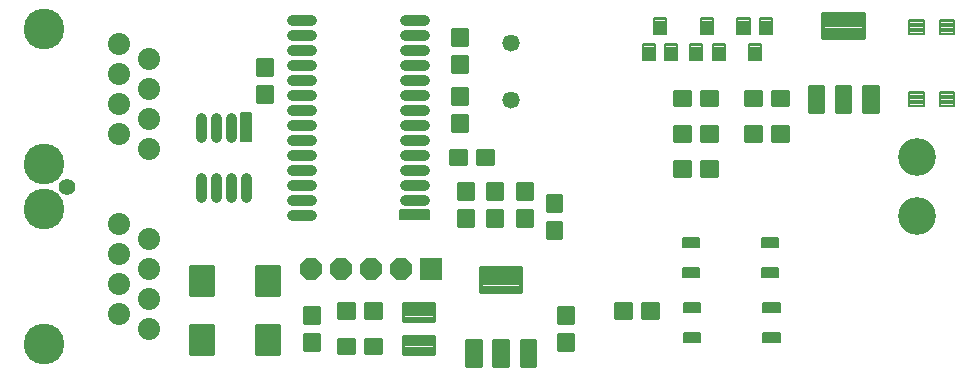
<source format=gts>
G75*
%MOIN*%
%OFA0B0*%
%FSLAX25Y25*%
%IPPOS*%
%LPD*%
%AMOC8*
5,1,8,0,0,1.08239X$1,22.5*
%
%ADD10C,0.05512*%
%ADD11R,0.07387X0.07387*%
%ADD12OC8,0.07387*%
%ADD13C,0.01299*%
%ADD14C,0.05787*%
%ADD15C,0.00868*%
%ADD16C,0.01063*%
%ADD17C,0.07387*%
%ADD18C,0.13587*%
%ADD19C,0.01393*%
%ADD20C,0.00567*%
%ADD21C,0.03780*%
%ADD22C,0.00709*%
%ADD23C,0.12598*%
%ADD24C,0.00838*%
%ADD25C,0.01417*%
%ADD26C,0.00827*%
D10*
X0039730Y0085705D03*
D11*
X0161155Y0058146D03*
D12*
X0151155Y0058146D03*
X0141155Y0058146D03*
X0131155Y0058146D03*
X0121155Y0058146D03*
D13*
X0110663Y0058875D02*
X0103301Y0058875D01*
X0110663Y0058875D02*
X0110663Y0049543D01*
X0103301Y0049543D01*
X0103301Y0058875D01*
X0103301Y0050841D02*
X0110663Y0050841D01*
X0110663Y0052139D02*
X0103301Y0052139D01*
X0103301Y0053437D02*
X0110663Y0053437D01*
X0110663Y0054735D02*
X0103301Y0054735D01*
X0103301Y0056033D02*
X0110663Y0056033D01*
X0110663Y0057331D02*
X0103301Y0057331D01*
X0103301Y0058629D02*
X0110663Y0058629D01*
X0088458Y0049543D02*
X0081096Y0049543D01*
X0081096Y0058875D01*
X0088458Y0058875D01*
X0088458Y0049543D01*
X0088458Y0050841D02*
X0081096Y0050841D01*
X0081096Y0052139D02*
X0088458Y0052139D01*
X0088458Y0053437D02*
X0081096Y0053437D01*
X0081096Y0054735D02*
X0088458Y0054735D01*
X0088458Y0056033D02*
X0081096Y0056033D01*
X0081096Y0057331D02*
X0088458Y0057331D01*
X0088458Y0058629D02*
X0081096Y0058629D01*
X0081096Y0029858D02*
X0088458Y0029858D01*
X0081096Y0029858D02*
X0081096Y0039190D01*
X0088458Y0039190D01*
X0088458Y0029858D01*
X0088458Y0031156D02*
X0081096Y0031156D01*
X0081096Y0032454D02*
X0088458Y0032454D01*
X0088458Y0033752D02*
X0081096Y0033752D01*
X0081096Y0035050D02*
X0088458Y0035050D01*
X0088458Y0036348D02*
X0081096Y0036348D01*
X0081096Y0037646D02*
X0088458Y0037646D01*
X0088458Y0038944D02*
X0081096Y0038944D01*
X0103301Y0039190D02*
X0110663Y0039190D01*
X0110663Y0029858D01*
X0103301Y0029858D01*
X0103301Y0039190D01*
X0103301Y0031156D02*
X0110663Y0031156D01*
X0110663Y0032454D02*
X0103301Y0032454D01*
X0103301Y0033752D02*
X0110663Y0033752D01*
X0110663Y0035050D02*
X0103301Y0035050D01*
X0103301Y0036348D02*
X0110663Y0036348D01*
X0110663Y0037646D02*
X0103301Y0037646D01*
X0103301Y0038944D02*
X0110663Y0038944D01*
D14*
X0187809Y0114591D03*
X0187809Y0133591D03*
D15*
X0173142Y0138139D02*
X0168224Y0138139D01*
X0173142Y0138139D02*
X0173142Y0132821D01*
X0168224Y0132821D01*
X0168224Y0138139D01*
X0168224Y0133688D02*
X0173142Y0133688D01*
X0173142Y0134555D02*
X0168224Y0134555D01*
X0168224Y0135422D02*
X0173142Y0135422D01*
X0173142Y0136289D02*
X0168224Y0136289D01*
X0168224Y0137156D02*
X0173142Y0137156D01*
X0173142Y0138023D02*
X0168224Y0138023D01*
X0168224Y0129139D02*
X0173142Y0129139D01*
X0173142Y0123821D01*
X0168224Y0123821D01*
X0168224Y0129139D01*
X0168224Y0124688D02*
X0173142Y0124688D01*
X0173142Y0125555D02*
X0168224Y0125555D01*
X0168224Y0126422D02*
X0173142Y0126422D01*
X0173142Y0127289D02*
X0168224Y0127289D01*
X0168224Y0128156D02*
X0173142Y0128156D01*
X0173142Y0129023D02*
X0168224Y0129023D01*
X0168224Y0113136D02*
X0173142Y0113136D01*
X0168224Y0113136D02*
X0168224Y0118454D01*
X0173142Y0118454D01*
X0173142Y0113136D01*
X0173142Y0114003D02*
X0168224Y0114003D01*
X0168224Y0114870D02*
X0173142Y0114870D01*
X0173142Y0115737D02*
X0168224Y0115737D01*
X0168224Y0116604D02*
X0173142Y0116604D01*
X0173142Y0117471D02*
X0168224Y0117471D01*
X0168224Y0118338D02*
X0173142Y0118338D01*
X0173142Y0104136D02*
X0168224Y0104136D01*
X0168224Y0109454D01*
X0173142Y0109454D01*
X0173142Y0104136D01*
X0173142Y0105003D02*
X0168224Y0105003D01*
X0168224Y0105870D02*
X0173142Y0105870D01*
X0173142Y0106737D02*
X0168224Y0106737D01*
X0168224Y0107604D02*
X0173142Y0107604D01*
X0173142Y0108471D02*
X0168224Y0108471D01*
X0168224Y0109338D02*
X0173142Y0109338D01*
X0172779Y0098006D02*
X0172779Y0093088D01*
X0167461Y0093088D01*
X0167461Y0098006D01*
X0172779Y0098006D01*
X0172779Y0093955D02*
X0167461Y0093955D01*
X0167461Y0094822D02*
X0172779Y0094822D01*
X0172779Y0095689D02*
X0167461Y0095689D01*
X0167461Y0096556D02*
X0172779Y0096556D01*
X0172779Y0097423D02*
X0167461Y0097423D01*
X0181779Y0098006D02*
X0181779Y0093088D01*
X0176461Y0093088D01*
X0176461Y0098006D01*
X0181779Y0098006D01*
X0181779Y0093955D02*
X0176461Y0093955D01*
X0176461Y0094822D02*
X0181779Y0094822D01*
X0181779Y0095689D02*
X0176461Y0095689D01*
X0176461Y0096556D02*
X0181779Y0096556D01*
X0181779Y0097423D02*
X0176461Y0097423D01*
X0175110Y0081640D02*
X0170192Y0081640D01*
X0170192Y0086958D01*
X0175110Y0086958D01*
X0175110Y0081640D01*
X0175110Y0082507D02*
X0170192Y0082507D01*
X0170192Y0083374D02*
X0175110Y0083374D01*
X0175110Y0084241D02*
X0170192Y0084241D01*
X0170192Y0085108D02*
X0175110Y0085108D01*
X0175110Y0085975D02*
X0170192Y0085975D01*
X0170192Y0086842D02*
X0175110Y0086842D01*
X0180035Y0086958D02*
X0184953Y0086958D01*
X0184953Y0081640D01*
X0180035Y0081640D01*
X0180035Y0086958D01*
X0180035Y0082507D02*
X0184953Y0082507D01*
X0184953Y0083374D02*
X0180035Y0083374D01*
X0180035Y0084241D02*
X0184953Y0084241D01*
X0184953Y0085108D02*
X0180035Y0085108D01*
X0180035Y0085975D02*
X0184953Y0085975D01*
X0184953Y0086842D02*
X0180035Y0086842D01*
X0189877Y0081640D02*
X0194795Y0081640D01*
X0189877Y0081640D02*
X0189877Y0086958D01*
X0194795Y0086958D01*
X0194795Y0081640D01*
X0194795Y0082507D02*
X0189877Y0082507D01*
X0189877Y0083374D02*
X0194795Y0083374D01*
X0194795Y0084241D02*
X0189877Y0084241D01*
X0189877Y0085108D02*
X0194795Y0085108D01*
X0194795Y0085975D02*
X0189877Y0085975D01*
X0189877Y0086842D02*
X0194795Y0086842D01*
X0199720Y0077703D02*
X0204638Y0077703D01*
X0199720Y0077703D02*
X0199720Y0083021D01*
X0204638Y0083021D01*
X0204638Y0077703D01*
X0204638Y0078570D02*
X0199720Y0078570D01*
X0199720Y0079437D02*
X0204638Y0079437D01*
X0204638Y0080304D02*
X0199720Y0080304D01*
X0199720Y0081171D02*
X0204638Y0081171D01*
X0204638Y0082038D02*
X0199720Y0082038D01*
X0199720Y0082905D02*
X0204638Y0082905D01*
X0194795Y0072640D02*
X0189877Y0072640D01*
X0189877Y0077958D01*
X0194795Y0077958D01*
X0194795Y0072640D01*
X0194795Y0073507D02*
X0189877Y0073507D01*
X0189877Y0074374D02*
X0194795Y0074374D01*
X0194795Y0075241D02*
X0189877Y0075241D01*
X0189877Y0076108D02*
X0194795Y0076108D01*
X0194795Y0076975D02*
X0189877Y0076975D01*
X0189877Y0077842D02*
X0194795Y0077842D01*
X0184953Y0077958D02*
X0180035Y0077958D01*
X0184953Y0077958D02*
X0184953Y0072640D01*
X0180035Y0072640D01*
X0180035Y0077958D01*
X0180035Y0073507D02*
X0184953Y0073507D01*
X0184953Y0074374D02*
X0180035Y0074374D01*
X0180035Y0075241D02*
X0184953Y0075241D01*
X0184953Y0076108D02*
X0180035Y0076108D01*
X0180035Y0076975D02*
X0184953Y0076975D01*
X0184953Y0077842D02*
X0180035Y0077842D01*
X0175110Y0072640D02*
X0170192Y0072640D01*
X0170192Y0077958D01*
X0175110Y0077958D01*
X0175110Y0072640D01*
X0175110Y0073507D02*
X0170192Y0073507D01*
X0170192Y0074374D02*
X0175110Y0074374D01*
X0175110Y0075241D02*
X0170192Y0075241D01*
X0170192Y0076108D02*
X0175110Y0076108D01*
X0175110Y0076975D02*
X0170192Y0076975D01*
X0170192Y0077842D02*
X0175110Y0077842D01*
X0199720Y0068703D02*
X0204638Y0068703D01*
X0199720Y0068703D02*
X0199720Y0074021D01*
X0204638Y0074021D01*
X0204638Y0068703D01*
X0204638Y0069570D02*
X0199720Y0069570D01*
X0199720Y0070437D02*
X0204638Y0070437D01*
X0204638Y0071304D02*
X0199720Y0071304D01*
X0199720Y0072171D02*
X0204638Y0072171D01*
X0204638Y0073038D02*
X0199720Y0073038D01*
X0199720Y0073905D02*
X0204638Y0073905D01*
X0247582Y0089151D02*
X0247582Y0094069D01*
X0247582Y0089151D02*
X0242264Y0089151D01*
X0242264Y0094069D01*
X0247582Y0094069D01*
X0247582Y0090018D02*
X0242264Y0090018D01*
X0242264Y0090885D02*
X0247582Y0090885D01*
X0247582Y0091752D02*
X0242264Y0091752D01*
X0242264Y0092619D02*
X0247582Y0092619D01*
X0247582Y0093486D02*
X0242264Y0093486D01*
X0256582Y0094069D02*
X0256582Y0089151D01*
X0251264Y0089151D01*
X0251264Y0094069D01*
X0256582Y0094069D01*
X0256582Y0090018D02*
X0251264Y0090018D01*
X0251264Y0090885D02*
X0256582Y0090885D01*
X0256582Y0091752D02*
X0251264Y0091752D01*
X0251264Y0092619D02*
X0256582Y0092619D01*
X0256582Y0093486D02*
X0251264Y0093486D01*
X0251264Y0100962D02*
X0251264Y0105880D01*
X0256582Y0105880D01*
X0256582Y0100962D01*
X0251264Y0100962D01*
X0251264Y0101829D02*
X0256582Y0101829D01*
X0256582Y0102696D02*
X0251264Y0102696D01*
X0251264Y0103563D02*
X0256582Y0103563D01*
X0256582Y0104430D02*
X0251264Y0104430D01*
X0251264Y0105297D02*
X0256582Y0105297D01*
X0242264Y0105880D02*
X0242264Y0100962D01*
X0242264Y0105880D02*
X0247582Y0105880D01*
X0247582Y0100962D01*
X0242264Y0100962D01*
X0242264Y0101829D02*
X0247582Y0101829D01*
X0247582Y0102696D02*
X0242264Y0102696D01*
X0242264Y0103563D02*
X0247582Y0103563D01*
X0247582Y0104430D02*
X0242264Y0104430D01*
X0242264Y0105297D02*
X0247582Y0105297D01*
X0271204Y0105880D02*
X0271204Y0100962D01*
X0265886Y0100962D01*
X0265886Y0105880D01*
X0271204Y0105880D01*
X0271204Y0101829D02*
X0265886Y0101829D01*
X0265886Y0102696D02*
X0271204Y0102696D01*
X0271204Y0103563D02*
X0265886Y0103563D01*
X0265886Y0104430D02*
X0271204Y0104430D01*
X0271204Y0105297D02*
X0265886Y0105297D01*
X0280204Y0105880D02*
X0280204Y0100962D01*
X0274886Y0100962D01*
X0274886Y0105880D01*
X0280204Y0105880D01*
X0280204Y0101829D02*
X0274886Y0101829D01*
X0274886Y0102696D02*
X0280204Y0102696D01*
X0280204Y0103563D02*
X0274886Y0103563D01*
X0274886Y0104430D02*
X0280204Y0104430D01*
X0280204Y0105297D02*
X0274886Y0105297D01*
X0280204Y0112773D02*
X0280204Y0117691D01*
X0280204Y0112773D02*
X0274886Y0112773D01*
X0274886Y0117691D01*
X0280204Y0117691D01*
X0280204Y0113640D02*
X0274886Y0113640D01*
X0274886Y0114507D02*
X0280204Y0114507D01*
X0280204Y0115374D02*
X0274886Y0115374D01*
X0274886Y0116241D02*
X0280204Y0116241D01*
X0280204Y0117108D02*
X0274886Y0117108D01*
X0271204Y0117691D02*
X0271204Y0112773D01*
X0265886Y0112773D01*
X0265886Y0117691D01*
X0271204Y0117691D01*
X0271204Y0113640D02*
X0265886Y0113640D01*
X0265886Y0114507D02*
X0271204Y0114507D01*
X0271204Y0115374D02*
X0265886Y0115374D01*
X0265886Y0116241D02*
X0271204Y0116241D01*
X0271204Y0117108D02*
X0265886Y0117108D01*
X0256582Y0117691D02*
X0256582Y0112773D01*
X0251264Y0112773D01*
X0251264Y0117691D01*
X0256582Y0117691D01*
X0256582Y0113640D02*
X0251264Y0113640D01*
X0251264Y0114507D02*
X0256582Y0114507D01*
X0256582Y0115374D02*
X0251264Y0115374D01*
X0251264Y0116241D02*
X0256582Y0116241D01*
X0256582Y0117108D02*
X0251264Y0117108D01*
X0247582Y0117691D02*
X0247582Y0112773D01*
X0242264Y0112773D01*
X0242264Y0117691D01*
X0247582Y0117691D01*
X0247582Y0113640D02*
X0242264Y0113640D01*
X0242264Y0114507D02*
X0247582Y0114507D01*
X0247582Y0115374D02*
X0242264Y0115374D01*
X0242264Y0116241D02*
X0247582Y0116241D01*
X0247582Y0117108D02*
X0242264Y0117108D01*
X0108181Y0119297D02*
X0103263Y0119297D01*
X0108181Y0119297D02*
X0108181Y0113979D01*
X0103263Y0113979D01*
X0103263Y0119297D01*
X0103263Y0114846D02*
X0108181Y0114846D01*
X0108181Y0115713D02*
X0103263Y0115713D01*
X0103263Y0116580D02*
X0108181Y0116580D01*
X0108181Y0117447D02*
X0103263Y0117447D01*
X0103263Y0118314D02*
X0108181Y0118314D01*
X0108181Y0119181D02*
X0103263Y0119181D01*
X0103263Y0128297D02*
X0108181Y0128297D01*
X0108181Y0122979D01*
X0103263Y0122979D01*
X0103263Y0128297D01*
X0103263Y0123846D02*
X0108181Y0123846D01*
X0108181Y0124713D02*
X0103263Y0124713D01*
X0103263Y0125580D02*
X0108181Y0125580D01*
X0108181Y0126447D02*
X0103263Y0126447D01*
X0103263Y0127314D02*
X0108181Y0127314D01*
X0108181Y0128181D02*
X0103263Y0128181D01*
X0130059Y0046825D02*
X0130059Y0041907D01*
X0130059Y0046825D02*
X0135377Y0046825D01*
X0135377Y0041907D01*
X0130059Y0041907D01*
X0130059Y0042774D02*
X0135377Y0042774D01*
X0135377Y0043641D02*
X0130059Y0043641D01*
X0130059Y0044508D02*
X0135377Y0044508D01*
X0135377Y0045375D02*
X0130059Y0045375D01*
X0130059Y0046242D02*
X0135377Y0046242D01*
X0139059Y0046825D02*
X0139059Y0041907D01*
X0139059Y0046825D02*
X0144377Y0046825D01*
X0144377Y0041907D01*
X0139059Y0041907D01*
X0139059Y0042774D02*
X0144377Y0042774D01*
X0144377Y0043641D02*
X0139059Y0043641D01*
X0139059Y0044508D02*
X0144377Y0044508D01*
X0144377Y0045375D02*
X0139059Y0045375D01*
X0139059Y0046242D02*
X0144377Y0046242D01*
X0123929Y0040302D02*
X0119011Y0040302D01*
X0119011Y0045620D01*
X0123929Y0045620D01*
X0123929Y0040302D01*
X0123929Y0041169D02*
X0119011Y0041169D01*
X0119011Y0042036D02*
X0123929Y0042036D01*
X0123929Y0042903D02*
X0119011Y0042903D01*
X0119011Y0043770D02*
X0123929Y0043770D01*
X0123929Y0044637D02*
X0119011Y0044637D01*
X0119011Y0045504D02*
X0123929Y0045504D01*
X0123929Y0031302D02*
X0119011Y0031302D01*
X0119011Y0036620D01*
X0123929Y0036620D01*
X0123929Y0031302D01*
X0123929Y0032169D02*
X0119011Y0032169D01*
X0119011Y0033036D02*
X0123929Y0033036D01*
X0123929Y0033903D02*
X0119011Y0033903D01*
X0119011Y0034770D02*
X0123929Y0034770D01*
X0123929Y0035637D02*
X0119011Y0035637D01*
X0119011Y0036504D02*
X0123929Y0036504D01*
X0130059Y0035014D02*
X0130059Y0030096D01*
X0130059Y0035014D02*
X0135377Y0035014D01*
X0135377Y0030096D01*
X0130059Y0030096D01*
X0130059Y0030963D02*
X0135377Y0030963D01*
X0135377Y0031830D02*
X0130059Y0031830D01*
X0130059Y0032697D02*
X0135377Y0032697D01*
X0135377Y0033564D02*
X0130059Y0033564D01*
X0130059Y0034431D02*
X0135377Y0034431D01*
X0139059Y0035014D02*
X0139059Y0030096D01*
X0139059Y0035014D02*
X0144377Y0035014D01*
X0144377Y0030096D01*
X0139059Y0030096D01*
X0139059Y0030963D02*
X0144377Y0030963D01*
X0144377Y0031830D02*
X0139059Y0031830D01*
X0139059Y0032697D02*
X0144377Y0032697D01*
X0144377Y0033564D02*
X0139059Y0033564D01*
X0139059Y0034431D02*
X0144377Y0034431D01*
X0172905Y0025988D02*
X0177823Y0025988D01*
X0172905Y0025988D02*
X0172905Y0034406D01*
X0177823Y0034406D01*
X0177823Y0025988D01*
X0177823Y0026855D02*
X0172905Y0026855D01*
X0172905Y0027722D02*
X0177823Y0027722D01*
X0177823Y0028589D02*
X0172905Y0028589D01*
X0172905Y0029456D02*
X0177823Y0029456D01*
X0177823Y0030323D02*
X0172905Y0030323D01*
X0172905Y0031190D02*
X0177823Y0031190D01*
X0177823Y0032057D02*
X0172905Y0032057D01*
X0172905Y0032924D02*
X0177823Y0032924D01*
X0177823Y0033791D02*
X0172905Y0033791D01*
X0182003Y0025988D02*
X0186921Y0025988D01*
X0182003Y0025988D02*
X0182003Y0034406D01*
X0186921Y0034406D01*
X0186921Y0025988D01*
X0186921Y0026855D02*
X0182003Y0026855D01*
X0182003Y0027722D02*
X0186921Y0027722D01*
X0186921Y0028589D02*
X0182003Y0028589D01*
X0182003Y0029456D02*
X0186921Y0029456D01*
X0186921Y0030323D02*
X0182003Y0030323D01*
X0182003Y0031190D02*
X0186921Y0031190D01*
X0186921Y0032057D02*
X0182003Y0032057D01*
X0182003Y0032924D02*
X0186921Y0032924D01*
X0186921Y0033791D02*
X0182003Y0033791D01*
X0191102Y0025988D02*
X0196020Y0025988D01*
X0191102Y0025988D02*
X0191102Y0034406D01*
X0196020Y0034406D01*
X0196020Y0025988D01*
X0196020Y0026855D02*
X0191102Y0026855D01*
X0191102Y0027722D02*
X0196020Y0027722D01*
X0196020Y0028589D02*
X0191102Y0028589D01*
X0191102Y0029456D02*
X0196020Y0029456D01*
X0196020Y0030323D02*
X0191102Y0030323D01*
X0191102Y0031190D02*
X0196020Y0031190D01*
X0196020Y0032057D02*
X0191102Y0032057D01*
X0191102Y0032924D02*
X0196020Y0032924D01*
X0196020Y0033791D02*
X0191102Y0033791D01*
X0203657Y0036620D02*
X0208575Y0036620D01*
X0208575Y0031302D01*
X0203657Y0031302D01*
X0203657Y0036620D01*
X0203657Y0032169D02*
X0208575Y0032169D01*
X0208575Y0033036D02*
X0203657Y0033036D01*
X0203657Y0033903D02*
X0208575Y0033903D01*
X0208575Y0034770D02*
X0203657Y0034770D01*
X0203657Y0035637D02*
X0208575Y0035637D01*
X0208575Y0036504D02*
X0203657Y0036504D01*
X0203657Y0045620D02*
X0208575Y0045620D01*
X0208575Y0040302D01*
X0203657Y0040302D01*
X0203657Y0045620D01*
X0203657Y0041169D02*
X0208575Y0041169D01*
X0208575Y0042036D02*
X0203657Y0042036D01*
X0203657Y0042903D02*
X0208575Y0042903D01*
X0208575Y0043770D02*
X0203657Y0043770D01*
X0203657Y0044637D02*
X0208575Y0044637D01*
X0208575Y0045504D02*
X0203657Y0045504D01*
X0227897Y0046825D02*
X0227897Y0041907D01*
X0222579Y0041907D01*
X0222579Y0046825D01*
X0227897Y0046825D01*
X0227897Y0042774D02*
X0222579Y0042774D01*
X0222579Y0043641D02*
X0227897Y0043641D01*
X0227897Y0044508D02*
X0222579Y0044508D01*
X0222579Y0045375D02*
X0227897Y0045375D01*
X0227897Y0046242D02*
X0222579Y0046242D01*
X0236897Y0046825D02*
X0236897Y0041907D01*
X0231579Y0041907D01*
X0231579Y0046825D01*
X0236897Y0046825D01*
X0236897Y0042774D02*
X0231579Y0042774D01*
X0231579Y0043641D02*
X0236897Y0043641D01*
X0236897Y0044508D02*
X0231579Y0044508D01*
X0231579Y0045375D02*
X0236897Y0045375D01*
X0236897Y0046242D02*
X0231579Y0046242D01*
D16*
X0151726Y0046984D02*
X0151726Y0040960D01*
X0151726Y0046984D02*
X0162080Y0046984D01*
X0162080Y0040960D01*
X0151726Y0040960D01*
X0151726Y0042022D02*
X0162080Y0042022D01*
X0162080Y0043084D02*
X0151726Y0043084D01*
X0151726Y0044146D02*
X0162080Y0044146D01*
X0162080Y0045208D02*
X0151726Y0045208D01*
X0151726Y0046270D02*
X0162080Y0046270D01*
X0151726Y0035961D02*
X0151726Y0029937D01*
X0151726Y0035961D02*
X0162080Y0035961D01*
X0162080Y0029937D01*
X0151726Y0029937D01*
X0151726Y0030999D02*
X0162080Y0030999D01*
X0162080Y0032061D02*
X0151726Y0032061D01*
X0151726Y0033123D02*
X0162080Y0033123D01*
X0162080Y0034185D02*
X0151726Y0034185D01*
X0151726Y0035247D02*
X0162080Y0035247D01*
D17*
X0067100Y0038205D03*
X0057100Y0043205D03*
X0067100Y0048205D03*
X0057100Y0053205D03*
X0067100Y0058205D03*
X0057100Y0063205D03*
X0067100Y0068205D03*
X0057100Y0073205D03*
X0067100Y0098205D03*
X0057100Y0103205D03*
X0067100Y0108205D03*
X0057100Y0113205D03*
X0067100Y0118205D03*
X0057100Y0123205D03*
X0067100Y0128205D03*
X0057100Y0133205D03*
D18*
X0032100Y0033205D03*
X0032100Y0078205D03*
X0032100Y0093205D03*
X0032100Y0138205D03*
D19*
X0177765Y0050651D02*
X0191159Y0050651D01*
X0177765Y0050651D02*
X0177765Y0058545D01*
X0191159Y0058545D01*
X0191159Y0050651D01*
X0191159Y0052043D02*
X0177765Y0052043D01*
X0177765Y0053435D02*
X0191159Y0053435D01*
X0191159Y0054827D02*
X0177765Y0054827D01*
X0177765Y0056219D02*
X0191159Y0056219D01*
X0191159Y0057611D02*
X0177765Y0057611D01*
D20*
X0160417Y0077989D02*
X0150905Y0077989D01*
X0160417Y0077989D02*
X0160417Y0074775D01*
X0150905Y0074775D01*
X0150905Y0077989D01*
X0150905Y0075341D02*
X0160417Y0075341D01*
X0160417Y0075907D02*
X0150905Y0075907D01*
X0150905Y0076473D02*
X0160417Y0076473D01*
X0160417Y0077039D02*
X0150905Y0077039D01*
X0150905Y0077605D02*
X0160417Y0077605D01*
X0097836Y0100791D02*
X0097836Y0110303D01*
X0101050Y0110303D01*
X0101050Y0100791D01*
X0097836Y0100791D01*
X0097836Y0101357D02*
X0101050Y0101357D01*
X0101050Y0101923D02*
X0097836Y0101923D01*
X0097836Y0102489D02*
X0101050Y0102489D01*
X0101050Y0103055D02*
X0097836Y0103055D01*
X0097836Y0103621D02*
X0101050Y0103621D01*
X0101050Y0104187D02*
X0097836Y0104187D01*
X0097836Y0104753D02*
X0101050Y0104753D01*
X0101050Y0105319D02*
X0097836Y0105319D01*
X0097836Y0105885D02*
X0101050Y0105885D01*
X0101050Y0106451D02*
X0097836Y0106451D01*
X0097836Y0107017D02*
X0101050Y0107017D01*
X0101050Y0107583D02*
X0097836Y0107583D01*
X0097836Y0108149D02*
X0101050Y0108149D01*
X0101050Y0108715D02*
X0097836Y0108715D01*
X0097836Y0109281D02*
X0101050Y0109281D01*
X0101050Y0109847D02*
X0097836Y0109847D01*
X0245060Y0068690D02*
X0250636Y0068690D01*
X0250636Y0065476D01*
X0245060Y0065476D01*
X0245060Y0068690D01*
X0245060Y0066042D02*
X0250636Y0066042D01*
X0250636Y0066608D02*
X0245060Y0066608D01*
X0245060Y0067174D02*
X0250636Y0067174D01*
X0250636Y0067740D02*
X0245060Y0067740D01*
X0245060Y0068306D02*
X0250636Y0068306D01*
X0271438Y0068690D02*
X0277014Y0068690D01*
X0277014Y0065476D01*
X0271438Y0065476D01*
X0271438Y0068690D01*
X0271438Y0066042D02*
X0277014Y0066042D01*
X0277014Y0066608D02*
X0271438Y0066608D01*
X0271438Y0067174D02*
X0277014Y0067174D01*
X0277014Y0067740D02*
X0271438Y0067740D01*
X0271438Y0068306D02*
X0277014Y0068306D01*
X0277014Y0058690D02*
X0271438Y0058690D01*
X0277014Y0058690D02*
X0277014Y0055476D01*
X0271438Y0055476D01*
X0271438Y0058690D01*
X0271438Y0056042D02*
X0277014Y0056042D01*
X0277014Y0056608D02*
X0271438Y0056608D01*
X0271438Y0057174D02*
X0277014Y0057174D01*
X0277014Y0057740D02*
X0271438Y0057740D01*
X0271438Y0058306D02*
X0277014Y0058306D01*
X0277408Y0043822D02*
X0271832Y0043822D01*
X0271832Y0047036D01*
X0277408Y0047036D01*
X0277408Y0043822D01*
X0277408Y0044388D02*
X0271832Y0044388D01*
X0271832Y0044954D02*
X0277408Y0044954D01*
X0277408Y0045520D02*
X0271832Y0045520D01*
X0271832Y0046086D02*
X0277408Y0046086D01*
X0277408Y0046652D02*
X0271832Y0046652D01*
X0251030Y0043822D02*
X0245454Y0043822D01*
X0245454Y0047036D01*
X0251030Y0047036D01*
X0251030Y0043822D01*
X0251030Y0044388D02*
X0245454Y0044388D01*
X0245454Y0044954D02*
X0251030Y0044954D01*
X0251030Y0045520D02*
X0245454Y0045520D01*
X0245454Y0046086D02*
X0251030Y0046086D01*
X0251030Y0046652D02*
X0245454Y0046652D01*
X0245060Y0058690D02*
X0250636Y0058690D01*
X0250636Y0055476D01*
X0245060Y0055476D01*
X0245060Y0058690D01*
X0245060Y0056042D02*
X0250636Y0056042D01*
X0250636Y0056608D02*
X0245060Y0056608D01*
X0245060Y0057174D02*
X0250636Y0057174D01*
X0250636Y0057740D02*
X0245060Y0057740D01*
X0245060Y0058306D02*
X0250636Y0058306D01*
X0251030Y0033822D02*
X0245454Y0033822D01*
X0245454Y0037036D01*
X0251030Y0037036D01*
X0251030Y0033822D01*
X0251030Y0034388D02*
X0245454Y0034388D01*
X0245454Y0034954D02*
X0251030Y0034954D01*
X0251030Y0035520D02*
X0245454Y0035520D01*
X0245454Y0036086D02*
X0251030Y0036086D01*
X0251030Y0036652D02*
X0245454Y0036652D01*
X0271832Y0033822D02*
X0277408Y0033822D01*
X0271832Y0033822D02*
X0271832Y0037036D01*
X0277408Y0037036D01*
X0277408Y0033822D01*
X0277408Y0034388D02*
X0271832Y0034388D01*
X0271832Y0034954D02*
X0277408Y0034954D01*
X0277408Y0035520D02*
X0271832Y0035520D01*
X0271832Y0036086D02*
X0277408Y0036086D01*
X0277408Y0036652D02*
X0271832Y0036652D01*
D21*
X0158810Y0081382D02*
X0152512Y0081382D01*
X0152512Y0086382D02*
X0158810Y0086382D01*
X0158810Y0091382D02*
X0152512Y0091382D01*
X0152512Y0096382D02*
X0158810Y0096382D01*
X0158810Y0101382D02*
X0152512Y0101382D01*
X0152512Y0106382D02*
X0158810Y0106382D01*
X0158810Y0111382D02*
X0152512Y0111382D01*
X0152512Y0116382D02*
X0158810Y0116382D01*
X0158810Y0121382D02*
X0152512Y0121382D01*
X0152512Y0126382D02*
X0158810Y0126382D01*
X0158810Y0131382D02*
X0152512Y0131382D01*
X0152512Y0136382D02*
X0158810Y0136382D01*
X0158810Y0141382D02*
X0152512Y0141382D01*
X0121310Y0141382D02*
X0115012Y0141382D01*
X0115012Y0136382D02*
X0121310Y0136382D01*
X0121310Y0131382D02*
X0115012Y0131382D01*
X0115012Y0126382D02*
X0121310Y0126382D01*
X0121310Y0121382D02*
X0115012Y0121382D01*
X0115012Y0116382D02*
X0121310Y0116382D01*
X0121310Y0111382D02*
X0115012Y0111382D01*
X0115012Y0106382D02*
X0121310Y0106382D01*
X0121310Y0101382D02*
X0115012Y0101382D01*
X0115012Y0096382D02*
X0121310Y0096382D01*
X0121310Y0091382D02*
X0115012Y0091382D01*
X0115012Y0086382D02*
X0121310Y0086382D01*
X0121310Y0081382D02*
X0115012Y0081382D01*
X0115012Y0076382D02*
X0121310Y0076382D01*
X0099443Y0082398D02*
X0099443Y0088696D01*
X0094443Y0088696D02*
X0094443Y0082398D01*
X0089443Y0082398D02*
X0089443Y0088696D01*
X0084443Y0088696D02*
X0084443Y0082398D01*
X0084443Y0102398D02*
X0084443Y0108696D01*
X0089443Y0108696D02*
X0089443Y0102398D01*
X0094443Y0102398D02*
X0094443Y0108696D01*
D22*
X0231864Y0127792D02*
X0235880Y0127792D01*
X0231864Y0127792D02*
X0231864Y0133382D01*
X0235880Y0133382D01*
X0235880Y0127792D01*
X0235880Y0128500D02*
X0231864Y0128500D01*
X0231864Y0129208D02*
X0235880Y0129208D01*
X0235880Y0129916D02*
X0231864Y0129916D01*
X0231864Y0130624D02*
X0235880Y0130624D01*
X0235880Y0131332D02*
X0231864Y0131332D01*
X0231864Y0132040D02*
X0235880Y0132040D01*
X0235880Y0132748D02*
X0231864Y0132748D01*
X0239344Y0127792D02*
X0243360Y0127792D01*
X0239344Y0127792D02*
X0239344Y0133382D01*
X0243360Y0133382D01*
X0243360Y0127792D01*
X0243360Y0128500D02*
X0239344Y0128500D01*
X0239344Y0129208D02*
X0243360Y0129208D01*
X0243360Y0129916D02*
X0239344Y0129916D01*
X0239344Y0130624D02*
X0243360Y0130624D01*
X0243360Y0131332D02*
X0239344Y0131332D01*
X0239344Y0132040D02*
X0243360Y0132040D01*
X0243360Y0132748D02*
X0239344Y0132748D01*
X0247612Y0127792D02*
X0251628Y0127792D01*
X0247612Y0127792D02*
X0247612Y0133382D01*
X0251628Y0133382D01*
X0251628Y0127792D01*
X0251628Y0128500D02*
X0247612Y0128500D01*
X0247612Y0129208D02*
X0251628Y0129208D01*
X0251628Y0129916D02*
X0247612Y0129916D01*
X0247612Y0130624D02*
X0251628Y0130624D01*
X0251628Y0131332D02*
X0247612Y0131332D01*
X0247612Y0132040D02*
X0251628Y0132040D01*
X0251628Y0132748D02*
X0247612Y0132748D01*
X0255092Y0127792D02*
X0259108Y0127792D01*
X0255092Y0127792D02*
X0255092Y0133382D01*
X0259108Y0133382D01*
X0259108Y0127792D01*
X0259108Y0128500D02*
X0255092Y0128500D01*
X0255092Y0129208D02*
X0259108Y0129208D01*
X0259108Y0129916D02*
X0255092Y0129916D01*
X0255092Y0130624D02*
X0259108Y0130624D01*
X0259108Y0131332D02*
X0255092Y0131332D01*
X0255092Y0132040D02*
X0259108Y0132040D01*
X0259108Y0132748D02*
X0255092Y0132748D01*
X0255368Y0136453D02*
X0251352Y0136453D01*
X0251352Y0142043D01*
X0255368Y0142043D01*
X0255368Y0136453D01*
X0255368Y0137161D02*
X0251352Y0137161D01*
X0251352Y0137869D02*
X0255368Y0137869D01*
X0255368Y0138577D02*
X0251352Y0138577D01*
X0251352Y0139285D02*
X0255368Y0139285D01*
X0255368Y0139993D02*
X0251352Y0139993D01*
X0251352Y0140701D02*
X0255368Y0140701D01*
X0255368Y0141409D02*
X0251352Y0141409D01*
X0239620Y0136453D02*
X0235604Y0136453D01*
X0235604Y0142043D01*
X0239620Y0142043D01*
X0239620Y0136453D01*
X0239620Y0137161D02*
X0235604Y0137161D01*
X0235604Y0137869D02*
X0239620Y0137869D01*
X0239620Y0138577D02*
X0235604Y0138577D01*
X0235604Y0139285D02*
X0239620Y0139285D01*
X0239620Y0139993D02*
X0235604Y0139993D01*
X0235604Y0140701D02*
X0239620Y0140701D01*
X0239620Y0141409D02*
X0235604Y0141409D01*
X0263360Y0142043D02*
X0267376Y0142043D01*
X0267376Y0136453D01*
X0263360Y0136453D01*
X0263360Y0142043D01*
X0263360Y0137161D02*
X0267376Y0137161D01*
X0267376Y0137869D02*
X0263360Y0137869D01*
X0263360Y0138577D02*
X0267376Y0138577D01*
X0267376Y0139285D02*
X0263360Y0139285D01*
X0263360Y0139993D02*
X0267376Y0139993D01*
X0267376Y0140701D02*
X0263360Y0140701D01*
X0263360Y0141409D02*
X0267376Y0141409D01*
X0270840Y0142043D02*
X0274856Y0142043D01*
X0274856Y0136453D01*
X0270840Y0136453D01*
X0270840Y0142043D01*
X0270840Y0137161D02*
X0274856Y0137161D01*
X0274856Y0137869D02*
X0270840Y0137869D01*
X0270840Y0138577D02*
X0274856Y0138577D01*
X0274856Y0139285D02*
X0270840Y0139285D01*
X0270840Y0139993D02*
X0274856Y0139993D01*
X0274856Y0140701D02*
X0270840Y0140701D01*
X0270840Y0141409D02*
X0274856Y0141409D01*
X0271116Y0133382D02*
X0267100Y0133382D01*
X0271116Y0133382D02*
X0271116Y0127792D01*
X0267100Y0127792D01*
X0267100Y0133382D01*
X0267100Y0128500D02*
X0271116Y0128500D01*
X0271116Y0129208D02*
X0267100Y0129208D01*
X0267100Y0129916D02*
X0271116Y0129916D01*
X0271116Y0130624D02*
X0267100Y0130624D01*
X0267100Y0131332D02*
X0271116Y0131332D01*
X0271116Y0132040D02*
X0267100Y0132040D01*
X0267100Y0132748D02*
X0271116Y0132748D01*
D23*
X0323045Y0095547D03*
X0323045Y0075862D03*
D24*
X0310108Y0110469D02*
X0305360Y0110469D01*
X0305360Y0119217D01*
X0310108Y0119217D01*
X0310108Y0110469D01*
X0310108Y0111306D02*
X0305360Y0111306D01*
X0305360Y0112143D02*
X0310108Y0112143D01*
X0310108Y0112980D02*
X0305360Y0112980D01*
X0305360Y0113817D02*
X0310108Y0113817D01*
X0310108Y0114654D02*
X0305360Y0114654D01*
X0305360Y0115491D02*
X0310108Y0115491D01*
X0310108Y0116328D02*
X0305360Y0116328D01*
X0305360Y0117165D02*
X0310108Y0117165D01*
X0310108Y0118002D02*
X0305360Y0118002D01*
X0305360Y0118839D02*
X0310108Y0118839D01*
X0301009Y0110469D02*
X0296261Y0110469D01*
X0296261Y0119217D01*
X0301009Y0119217D01*
X0301009Y0110469D01*
X0301009Y0111306D02*
X0296261Y0111306D01*
X0296261Y0112143D02*
X0301009Y0112143D01*
X0301009Y0112980D02*
X0296261Y0112980D01*
X0296261Y0113817D02*
X0301009Y0113817D01*
X0301009Y0114654D02*
X0296261Y0114654D01*
X0296261Y0115491D02*
X0301009Y0115491D01*
X0301009Y0116328D02*
X0296261Y0116328D01*
X0296261Y0117165D02*
X0301009Y0117165D01*
X0301009Y0118002D02*
X0296261Y0118002D01*
X0296261Y0118839D02*
X0301009Y0118839D01*
X0291911Y0110469D02*
X0287163Y0110469D01*
X0287163Y0119217D01*
X0291911Y0119217D01*
X0291911Y0110469D01*
X0291911Y0111306D02*
X0287163Y0111306D01*
X0287163Y0112143D02*
X0291911Y0112143D01*
X0291911Y0112980D02*
X0287163Y0112980D01*
X0287163Y0113817D02*
X0291911Y0113817D01*
X0291911Y0114654D02*
X0287163Y0114654D01*
X0287163Y0115491D02*
X0291911Y0115491D01*
X0291911Y0116328D02*
X0287163Y0116328D01*
X0287163Y0117165D02*
X0291911Y0117165D01*
X0291911Y0118002D02*
X0287163Y0118002D01*
X0287163Y0118839D02*
X0291911Y0118839D01*
D25*
X0291863Y0135228D02*
X0305407Y0135228D01*
X0291863Y0135228D02*
X0291863Y0143260D01*
X0305407Y0143260D01*
X0305407Y0135228D01*
X0305407Y0136644D02*
X0291863Y0136644D01*
X0291863Y0138060D02*
X0305407Y0138060D01*
X0305407Y0139476D02*
X0291863Y0139476D01*
X0291863Y0140892D02*
X0305407Y0140892D01*
X0305407Y0142308D02*
X0291863Y0142308D01*
D26*
X0320702Y0136708D02*
X0325388Y0136708D01*
X0320702Y0136708D02*
X0320702Y0141394D01*
X0325388Y0141394D01*
X0325388Y0136708D01*
X0325388Y0137534D02*
X0320702Y0137534D01*
X0320702Y0138360D02*
X0325388Y0138360D01*
X0325388Y0139186D02*
X0320702Y0139186D01*
X0320702Y0140012D02*
X0325388Y0140012D01*
X0325388Y0140838D02*
X0320702Y0140838D01*
X0330938Y0136708D02*
X0335624Y0136708D01*
X0330938Y0136708D02*
X0330938Y0141394D01*
X0335624Y0141394D01*
X0335624Y0136708D01*
X0335624Y0137534D02*
X0330938Y0137534D01*
X0330938Y0138360D02*
X0335624Y0138360D01*
X0335624Y0139186D02*
X0330938Y0139186D01*
X0330938Y0140012D02*
X0335624Y0140012D01*
X0335624Y0140838D02*
X0330938Y0140838D01*
X0330938Y0117378D02*
X0335624Y0117378D01*
X0335624Y0112692D01*
X0330938Y0112692D01*
X0330938Y0117378D01*
X0330938Y0113518D02*
X0335624Y0113518D01*
X0335624Y0114344D02*
X0330938Y0114344D01*
X0330938Y0115170D02*
X0335624Y0115170D01*
X0335624Y0115996D02*
X0330938Y0115996D01*
X0330938Y0116822D02*
X0335624Y0116822D01*
X0325388Y0117378D02*
X0320702Y0117378D01*
X0325388Y0117378D02*
X0325388Y0112692D01*
X0320702Y0112692D01*
X0320702Y0117378D01*
X0320702Y0113518D02*
X0325388Y0113518D01*
X0325388Y0114344D02*
X0320702Y0114344D01*
X0320702Y0115170D02*
X0325388Y0115170D01*
X0325388Y0115996D02*
X0320702Y0115996D01*
X0320702Y0116822D02*
X0325388Y0116822D01*
M02*

</source>
